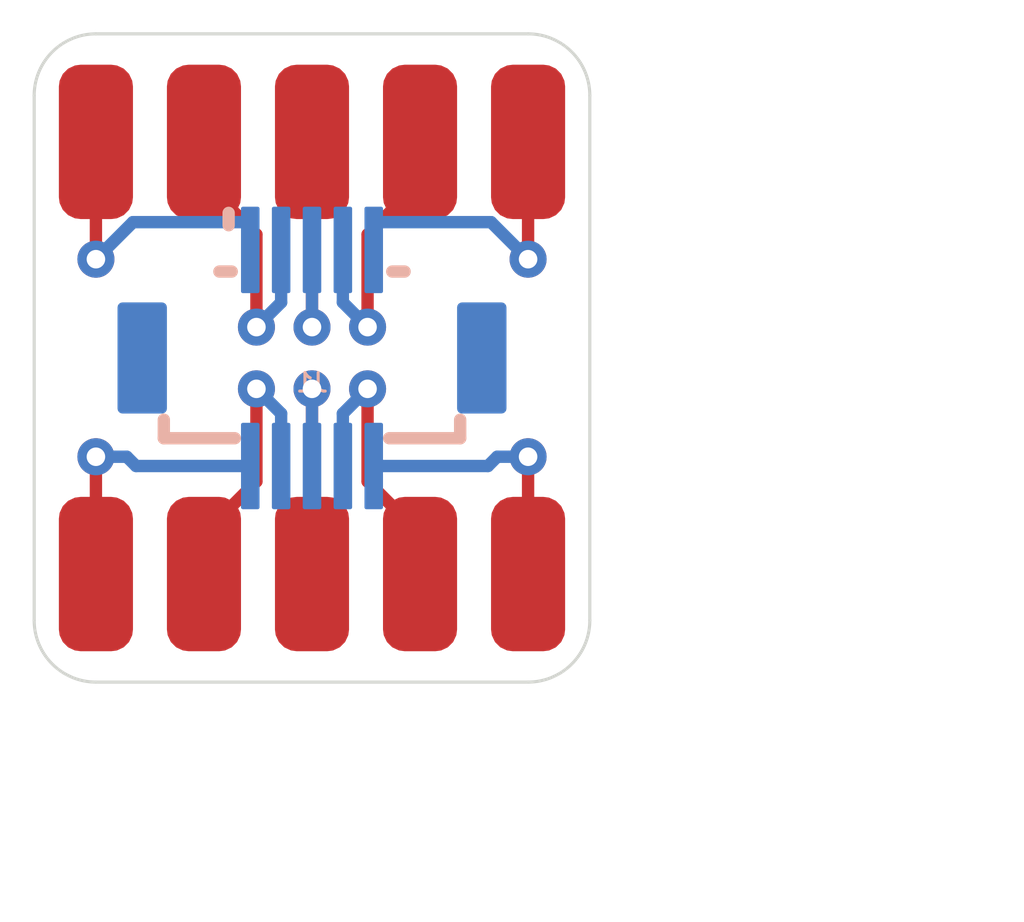
<source format=kicad_pcb>
(kicad_pcb (version 20211014) (generator pcbnew)
  (layers (0 "F.Cu" signal) (31 "B.Cu" signal) (34 "B.Paste" user) (35 "F.Paste" user) (36 "B.SilkS" user "B.Silkscreen") (37 "F.SilkS" user "F.Silkscreen") (38 "B.Mask" user) (39 "F.Mask" user) (44 "Edge.Cuts" user))
  (net 0 "")
  (net 1 "Net-(J1-Pad1)")
  (net 2 "Net-(J1-Pad2)")
  (net 3 "Net-(TP3-Pad1)")
  (net 4 "Net-(J1-Pad4)")
  (net 5 "Net-(J1-Pad5)")
  (net 6 "Net-(J1-Pad6)")
  (net 7 "Net-(J1-Pad7)")
  (net 8 "Net-(J1-Pad8)")
  (net 9 "Net-(J1-Pad9)")
  (net 10 "Net-(J1-Pad10)")
  (footprint "padadapters:TestPoint_Pad_1.2x2.5mm" (layer "F.Cu") (at 100 96.5)
    (fp_text reference "TP3" hide)
    (fp_text value "PAD")
    (pad "1" smd roundrect (at 0 0) (size 1.2 2.5) (layers "F.Cu" "F.Mask") (roundrect_rratio 0.292) (net 3 "Net-(TP3-Pad1)"))
  )
  (footprint "padadapters:TestPoint_Pad_1.2x2.5mm" (layer "F.Cu") (at 96.5 96.5)
    (fp_text reference "TP1" hide)
    (fp_text value "PAD")
    (pad "1" smd roundrect (at 0 0) (size 1.2 2.5) (layers "F.Cu" "F.Mask") (roundrect_rratio 0.292) (net 1 "Net-(J1-Pad1)"))
  )
  (footprint "padadapters:TestPoint_Pad_1.2x2.5mm" (layer "F.Cu") (at 98.25 103.5)
    (fp_text reference "TP7" hide)
    (fp_text value "PAD")
    (pad "1" smd roundrect (at 0 0) (size 1.2 2.5) (layers "F.Cu" "F.Mask") (roundrect_rratio 0.292) (net 9 "Net-(J1-Pad9)"))
  )
  (footprint "padadapters:TestPoint_Pad_1.2x2.5mm" (layer "F.Cu") (at 96.5 103.5)
    (fp_text reference "TP6" hide)
    (fp_text value "PAD")
    (pad "1" smd roundrect (at 0 0) (size 1.2 2.5) (layers "F.Cu" "F.Mask") (roundrect_rratio 0.292) (net 10 "Net-(J1-Pad10)"))
  )
  (footprint "padadapters:TestPoint_Pad_1.2x2.5mm" (layer "F.Cu") (at 101.75 96.5)
    (fp_text reference "TP4" hide)
    (fp_text value "PAD")
    (pad "1" smd roundrect (at 0 0) (size 1.2 2.5) (layers "F.Cu" "F.Mask") (roundrect_rratio 0.292) (net 4 "Net-(J1-Pad4)"))
  )
  (footprint "padadapters:TestPoint_Pad_1.2x2.5mm" (layer "F.Cu") (at 103.5 96.5)
    (fp_text reference "TP5" hide)
    (fp_text value "PAD")
    (pad "1" smd roundrect (at 0 0) (size 1.2 2.5) (layers "F.Cu" "F.Mask") (roundrect_rratio 0.292) (net 5 "Net-(J1-Pad5)"))
  )
  (footprint "padadapters:TestPoint_Pad_1.2x2.5mm" (layer "F.Cu") (at 101.75 103.5)
    (fp_text reference "TP9" hide)
    (fp_text value "PAD")
    (pad "1" smd roundrect (at 0 0) (size 1.2 2.5) (layers "F.Cu" "F.Mask") (roundrect_rratio 0.292) (net 7 "Net-(J1-Pad7)"))
  )
  (footprint "padadapters:TestPoint_Pad_1.2x2.5mm" (layer "F.Cu") (at 100 103.5)
    (fp_text reference "TP8" hide)
    (fp_text value "PAD")
    (pad "1" smd roundrect (at 0 0) (size 1.2 2.5) (layers "F.Cu" "F.Mask") (roundrect_rratio 0.292) (net 8 "Net-(J1-Pad8)"))
  )
  (footprint "padadapters:TestPoint_Pad_1.2x2.5mm" (layer "F.Cu") (at 103.5 103.5)
    (fp_text reference "TP10" hide)
    (fp_text value "PAD")
    (pad "1" smd roundrect (at 0 0) (size 1.2 2.5) (layers "F.Cu" "F.Mask") (roundrect_rratio 0.292) (net 6 "Net-(J1-Pad6)"))
  )
  (footprint "padadapters:TestPoint_Pad_1.2x2.5mm" (layer "F.Cu") (at 98.25 96.5)
    (fp_text reference "TP2" hide)
    (fp_text value "PAD")
    (pad "1" smd roundrect (at 0 0) (size 1.2 2.5) (layers "F.Cu" "F.Mask") (roundrect_rratio 0.292) (net 2 "Net-(J1-Pad2)"))
  )
  (footprint "padadapters:10132797-011100LF_mod_small_adapter_pads" (layer "B.Cu") (at 100 100 180)
    (fp_text reference "J1" (at 0 -0.4) (layer "B.SilkS") (effects (font (size 0.3 0.3) (thickness 0.05)) (justify mirror)))
    (fp_text value "Conn_02x05_Counter_Clockwise")
    (fp_line (start -1.3 1.4) (end -1.5 1.4) (layer "B.SilkS") (width 0.2))
    (fp_line (start -2.4 -1.3) (end -2.4 -1) (layer "B.SilkS") (width 0.2))
    (fp_line (start 2.4 -1.3) (end 1.25 -1.3) (layer "B.SilkS") (width 0.2))
    (fp_line (start 2.4 -1) (end 2.4 -1.3) (layer "B.SilkS") (width 0.2))
    (fp_line (start -2.4 -1.3) (end -1.25 -1.3) (layer "B.SilkS") (width 0.2))
    (fp_line (start 1.35 2.35) (end 1.35 2.15) (layer "B.SilkS") (width 0.2))
    (fp_line (start 1.5 1.4) (end 1.3 1.4) (layer "B.SilkS") (width 0.2))
    (pad "" np_thru_hole circle (at -2.05 1.5 180) (size 0.6 0.6) (drill 0.6) (layers *.Cu *.Mask))
    (pad "" smd roundrect (at 2.75 0 180) (size 0.8 1.8) (layers "B.Cu" "B.Paste" "B.Mask") (roundrect_rratio 0.1))
    (pad "" np_thru_hole circle (at 2.05 1.5 180) (size 0.6 0.6) (drill 0.6) (layers *.Cu *.Mask))
    (pad "" smd roundrect (at -2.75 0) (size 0.8 1.8) (layers "B.Cu" "B.Paste" "B.Mask") (roundrect_rratio 0.1))
    (pad "1" smd roundrect (at 1 1.75) (size 0.3 1.4) (layers "B.Cu" "B.Paste" "B.Mask") (roundrect_rratio 0.1) (net 1 "Net-(J1-Pad1)"))
    (pad "2" smd roundrect (at 0.5 1.75) (size 0.3 1.4) (layers "B.Cu" "B.Paste" "B.Mask") (roundrect_rratio 0.1) (net 2 "Net-(J1-Pad2)"))
    (pad "3" smd roundrect (at 0 1.75) (size 0.3 1.4) (layers "B.Cu" "B.Paste" "B.Mask") (roundrect_rratio 0.1) (net 3 "Net-(TP3-Pad1)"))
    (pad "4" smd roundrect (at -0.5 1.75) (size 0.3 1.4) (layers "B.Cu" "B.Paste" "B.Mask") (roundrect_rratio 0.1) (net 4 "Net-(J1-Pad4)"))
    (pad "5" smd roundrect (at -1 1.75) (size 0.3 1.4) (layers "B.Cu" "B.Paste" "B.Mask") (roundrect_rratio 0.1) (net 5 "Net-(J1-Pad5)"))
    (pad "6" smd roundrect (at -1 -1.75) (size 0.3 1.4) (layers "B.Cu" "B.Paste" "B.Mask") (roundrect_rratio 0.1) (net 6 "Net-(J1-Pad6)"))
    (pad "7" smd roundrect (at -0.5 -1.75) (size 0.3 1.4) (layers "B.Cu" "B.Paste" "B.Mask") (roundrect_rratio 0.1) (net 7 "Net-(J1-Pad7)"))
    (pad "8" smd roundrect (at 0 -1.75) (size 0.3 1.4) (layers "B.Cu" "B.Paste" "B.Mask") (roundrect_rratio 0.1) (net 8 "Net-(J1-Pad8)"))
    (pad "9" smd roundrect (at 0.5 -1.75) (size 0.3 1.4) (layers "B.Cu" "B.Paste" "B.Mask") (roundrect_rratio 0.1) (net 9 "Net-(J1-Pad9)"))
    (pad "10" smd roundrect (at 1 -1.75) (size 0.3 1.4) (layers "B.Cu" "B.Paste" "B.Mask") (roundrect_rratio 0.1) (net 10 "Net-(J1-Pad10)"))
  )
  (gr_arc (start 96.5 105.25) (mid 95.792893 104.957107) (end 95.5 104.25) (layer "Edge.Cuts") (width 0.05))
  (gr_line (start 104.5 95.75) (end 104.5 104.25) (layer "Edge.Cuts") (width 0.05))
  (gr_arc (start 95.5 95.75) (mid 95.792893 95.042893) (end 96.5 94.75) (layer "Edge.Cuts") (width 0.05))
  (gr_arc (start 104.5 104.25) (mid 104.207107 104.957107) (end 103.5 105.25) (layer "Edge.Cuts") (width 0.05))
  (gr_line (start 95.5 95.75) (end 95.5 104.25) (layer "Edge.Cuts") (width 0.05))
  (gr_arc (start 103.5 94.75) (mid 104.207107 95.042893) (end 104.5 95.75) (layer "Edge.Cuts") (width 0.05))
  (gr_line (start 103.5 105.25) (end 96.5 105.25) (layer "Edge.Cuts") (width 0.05))
  (gr_line (start 96.5 94.75) (end 103.5 94.75) (layer "Edge.Cuts") (width 0.05))
  (segment (start 96.5 98.4) (end 96.5 96.5) (width 0.2) (layer "F.Cu") (net 1))
  (via (at 96.5 98.4) (size 0.6) (drill 0.3) (layers "F.Cu" "B.Cu") (net 1))
  (segment (start 99 98.25) (end 99 97.8) (width 0.2) (layer "B.Cu") (net 1))
  (segment (start 97.1 97.8) (end 96.5 98.4) (width 0.2) (layer "B.Cu") (net 1))
  (segment (start 99 97.8) (end 97.1 97.8) (width 0.2) (layer "B.Cu") (net 1))
  (segment (start 98.25 96.5) (end 98.25 97.15) (width 0.2) (layer "F.Cu") (net 2))
  (segment (start 98.25 97.15) (end 99.1 98) (width 0.2) (layer "F.Cu") (net 2))
  (segment (start 99.1 98) (end 99.1 99.5) (width 0.2) (layer "F.Cu") (net 2))
  (via (at 99.1 99.5) (size 0.6) (drill 0.3) (layers "F.Cu" "B.Cu") (net 2))
  (segment (start 99.5 98.25) (end 99.5 99.1) (width 0.2) (layer "B.Cu") (net 2))
  (segment (start 99.5 99.1) (end 99.1 99.5) (width 0.2) (layer "B.Cu") (net 2))
  (segment (start 100 96.5) (end 100 99.5) (width 0.2) (layer "F.Cu") (net 3))
  (via (at 100 99.5) (size 0.6) (drill 0.3) (layers "F.Cu" "B.Cu") (net 3))
  (segment (start 100 98.25) (end 100 99.5) (width 0.2) (layer "B.Cu") (net 3))
  (segment (start 100.9 98) (end 100.9 99.5) (width 0.2) (layer "F.Cu") (net 4))
  (segment (start 101.75 96.5) (end 101.75 97.15) (width 0.2) (layer "F.Cu") (net 4))
  (segment (start 101.75 97.15) (end 100.9 98) (width 0.2) (layer "F.Cu") (net 4))
  (via (at 100.9 99.5) (size 0.6) (drill 0.3) (layers "F.Cu" "B.Cu") (net 4))
  (segment (start 100.5 99.1) (end 100.9 99.5) (width 0.2) (layer "B.Cu") (net 4))
  (segment (start 100.5 98.25) (end 100.5 99.1) (width 0.2) (layer "B.Cu") (net 4))
  (segment (start 103.5 98.4) (end 103.5 96.5) (width 0.2) (layer "F.Cu") (net 5))
  (via (at 103.5 98.4) (size 0.6) (drill 0.3) (layers "F.Cu" "B.Cu") (net 5))
  (segment (start 101 97.8) (end 102.9 97.8) (width 0.2) (layer "B.Cu") (net 5))
  (segment (start 102.9 97.8) (end 103.5 98.4) (width 0.2) (layer "B.Cu") (net 5))
  (segment (start 101 98.25) (end 101 97.8) (width 0.2) (layer "B.Cu") (net 5))
  (segment (start 103.5 101.6) (end 103.5 103.5) (width 0.2) (layer "F.Cu") (net 6))
  (via (at 103.5 101.6) (size 0.6) (drill 0.3) (layers "F.Cu" "B.Cu") (net 6))
  (segment (start 103 101.6) (end 103.5 101.6) (width 0.2) (layer "B.Cu") (net 6))
  (segment (start 101 101.75) (end 102.85 101.75) (width 0.2) (layer "B.Cu") (net 6))
  (segment (start 102.85 101.75) (end 103 101.6) (width 0.2) (layer "B.Cu") (net 6))
  (segment (start 100.9 102) (end 100.9 100.5) (width 0.2) (layer "F.Cu") (net 7))
  (segment (start 101.75 102.85) (end 100.9 102) (width 0.2) (layer "F.Cu") (net 7))
  (segment (start 101.75 103.5) (end 101.75 102.85) (width 0.2) (layer "F.Cu") (net 7))
  (via (at 100.9 100.5) (size 0.6) (drill 0.3) (layers "F.Cu" "B.Cu") (net 7))
  (segment (start 100.5 101.75) (end 100.5 100.9) (width 0.2) (layer "B.Cu") (net 7))
  (segment (start 100.5 100.9) (end 100.9 100.5) (width 0.2) (layer "B.Cu") (net 7))
  (segment (start 100 103.5) (end 100 100.5) (width 0.2) (layer "F.Cu") (net 8))
  (via (at 100 100.5) (size 0.6) (drill 0.3) (layers "F.Cu" "B.Cu") (net 8))
  (segment (start 100 101.75) (end 100 100.5) (width 0.2) (layer "B.Cu") (net 8))
  (segment (start 99.1 102) (end 99.1 100.5) (width 0.2) (layer "F.Cu") (net 9))
  (segment (start 98.25 102.85) (end 99.1 102) (width 0.2) (layer "F.Cu") (net 9))
  (segment (start 98.25 103.5) (end 98.25 102.85) (width 0.2) (layer "F.Cu") (net 9))
  (via (at 99.1 100.5) (size 0.6) (drill 0.3) (layers "F.Cu" "B.Cu") (net 9))
  (segment (start 99.5 101.75) (end 99.5 100.9) (width 0.2) (layer "B.Cu") (net 9))
  (segment (start 99.5 100.9) (end 99.1 100.5) (width 0.2) (layer "B.Cu") (net 9))
  (segment (start 96.5 101.6) (end 96.5 103.5) (width 0.2) (layer "F.Cu") (net 10))
  (via (at 96.5 101.6) (size 0.6) (drill 0.3) (layers "F.Cu" "B.Cu") (net 10))
  (segment (start 97 101.6) (end 96.5 101.6) (width 0.2) (layer "B.Cu") (net 10))
  (segment (start 97.15 101.75) (end 97 101.6) (width 0.2) (layer "B.Cu") (net 10))
  (segment (start 99 101.75) (end 97.15 101.75) (width 0.2) (layer "B.Cu") (net 10))
)
</source>
